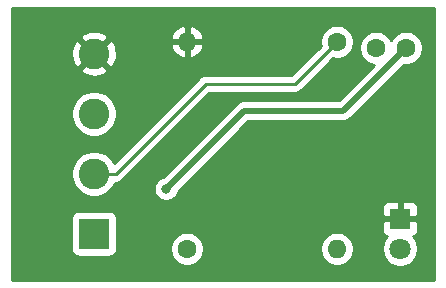
<source format=gbr>
G04 #@! TF.GenerationSoftware,KiCad,Pcbnew,(5.1.5-0-10_14)*
G04 #@! TF.CreationDate,2021-06-11T11:39:42+02:00*
G04 #@! TF.ProjectId,ldr_led_platine,6c64725f-6c65-4645-9f70-6c6174696e65,rev?*
G04 #@! TF.SameCoordinates,Original*
G04 #@! TF.FileFunction,Copper,L2,Bot*
G04 #@! TF.FilePolarity,Positive*
%FSLAX46Y46*%
G04 Gerber Fmt 4.6, Leading zero omitted, Abs format (unit mm)*
G04 Created by KiCad (PCBNEW (5.1.5-0-10_14)) date 2021-06-11 11:39:42*
%MOMM*%
%LPD*%
G04 APERTURE LIST*
%ADD10R,1.800000X1.800000*%
%ADD11C,1.800000*%
%ADD12R,2.600000X2.600000*%
%ADD13C,2.600000*%
%ADD14C,1.600000*%
%ADD15O,1.600000X1.600000*%
%ADD16C,0.800000*%
%ADD17C,0.500000*%
%ADD18C,0.250000*%
%ADD19C,0.254000*%
G04 APERTURE END LIST*
D10*
X153924000Y-79502000D03*
D11*
X153924000Y-82042000D03*
D12*
X128016000Y-80772000D03*
D13*
X128016000Y-75692000D03*
X128016000Y-70612000D03*
X128016000Y-65532000D03*
D14*
X154432000Y-65024000D03*
X151892000Y-65024000D03*
X135890000Y-82042000D03*
D15*
X148590000Y-82042000D03*
X135890000Y-64516000D03*
D14*
X148590000Y-64516000D03*
D16*
X134112000Y-76962000D03*
D17*
X134112000Y-76962000D02*
X140716000Y-70358000D01*
X149098000Y-70358000D02*
X154432000Y-65024000D01*
X140716000Y-70358000D02*
X149098000Y-70358000D01*
D18*
X129854477Y-75692000D02*
X137474477Y-68072000D01*
X128016000Y-75692000D02*
X129854477Y-75692000D01*
X145034000Y-68072000D02*
X148590000Y-64516000D01*
X137474477Y-68072000D02*
X145034000Y-68072000D01*
D19*
G36*
X156795001Y-84659000D02*
G01*
X121081000Y-84659000D01*
X121081000Y-79472000D01*
X126077928Y-79472000D01*
X126077928Y-82072000D01*
X126090188Y-82196482D01*
X126126498Y-82316180D01*
X126185463Y-82426494D01*
X126264815Y-82523185D01*
X126361506Y-82602537D01*
X126471820Y-82661502D01*
X126591518Y-82697812D01*
X126716000Y-82710072D01*
X129316000Y-82710072D01*
X129440482Y-82697812D01*
X129560180Y-82661502D01*
X129670494Y-82602537D01*
X129767185Y-82523185D01*
X129846537Y-82426494D01*
X129905502Y-82316180D01*
X129941812Y-82196482D01*
X129954072Y-82072000D01*
X129954072Y-81900665D01*
X134455000Y-81900665D01*
X134455000Y-82183335D01*
X134510147Y-82460574D01*
X134618320Y-82721727D01*
X134775363Y-82956759D01*
X134975241Y-83156637D01*
X135210273Y-83313680D01*
X135471426Y-83421853D01*
X135748665Y-83477000D01*
X136031335Y-83477000D01*
X136308574Y-83421853D01*
X136569727Y-83313680D01*
X136804759Y-83156637D01*
X137004637Y-82956759D01*
X137161680Y-82721727D01*
X137269853Y-82460574D01*
X137325000Y-82183335D01*
X137325000Y-81900665D01*
X147155000Y-81900665D01*
X147155000Y-82183335D01*
X147210147Y-82460574D01*
X147318320Y-82721727D01*
X147475363Y-82956759D01*
X147675241Y-83156637D01*
X147910273Y-83313680D01*
X148171426Y-83421853D01*
X148448665Y-83477000D01*
X148731335Y-83477000D01*
X149008574Y-83421853D01*
X149269727Y-83313680D01*
X149504759Y-83156637D01*
X149704637Y-82956759D01*
X149861680Y-82721727D01*
X149969853Y-82460574D01*
X150025000Y-82183335D01*
X150025000Y-81900665D01*
X149969853Y-81623426D01*
X149861680Y-81362273D01*
X149704637Y-81127241D01*
X149504759Y-80927363D01*
X149269727Y-80770320D01*
X149008574Y-80662147D01*
X148731335Y-80607000D01*
X148448665Y-80607000D01*
X148171426Y-80662147D01*
X147910273Y-80770320D01*
X147675241Y-80927363D01*
X147475363Y-81127241D01*
X147318320Y-81362273D01*
X147210147Y-81623426D01*
X147155000Y-81900665D01*
X137325000Y-81900665D01*
X137269853Y-81623426D01*
X137161680Y-81362273D01*
X137004637Y-81127241D01*
X136804759Y-80927363D01*
X136569727Y-80770320D01*
X136308574Y-80662147D01*
X136031335Y-80607000D01*
X135748665Y-80607000D01*
X135471426Y-80662147D01*
X135210273Y-80770320D01*
X134975241Y-80927363D01*
X134775363Y-81127241D01*
X134618320Y-81362273D01*
X134510147Y-81623426D01*
X134455000Y-81900665D01*
X129954072Y-81900665D01*
X129954072Y-80402000D01*
X152385928Y-80402000D01*
X152398188Y-80526482D01*
X152434498Y-80646180D01*
X152493463Y-80756494D01*
X152572815Y-80853185D01*
X152669506Y-80932537D01*
X152779820Y-80991502D01*
X152798127Y-80997056D01*
X152731688Y-81063495D01*
X152563701Y-81314905D01*
X152447989Y-81594257D01*
X152389000Y-81890816D01*
X152389000Y-82193184D01*
X152447989Y-82489743D01*
X152563701Y-82769095D01*
X152731688Y-83020505D01*
X152945495Y-83234312D01*
X153196905Y-83402299D01*
X153476257Y-83518011D01*
X153772816Y-83577000D01*
X154075184Y-83577000D01*
X154371743Y-83518011D01*
X154651095Y-83402299D01*
X154902505Y-83234312D01*
X155116312Y-83020505D01*
X155284299Y-82769095D01*
X155400011Y-82489743D01*
X155459000Y-82193184D01*
X155459000Y-81890816D01*
X155400011Y-81594257D01*
X155284299Y-81314905D01*
X155116312Y-81063495D01*
X155049873Y-80997056D01*
X155068180Y-80991502D01*
X155178494Y-80932537D01*
X155275185Y-80853185D01*
X155354537Y-80756494D01*
X155413502Y-80646180D01*
X155449812Y-80526482D01*
X155462072Y-80402000D01*
X155459000Y-79787750D01*
X155300250Y-79629000D01*
X154051000Y-79629000D01*
X154051000Y-79649000D01*
X153797000Y-79649000D01*
X153797000Y-79629000D01*
X152547750Y-79629000D01*
X152389000Y-79787750D01*
X152385928Y-80402000D01*
X129954072Y-80402000D01*
X129954072Y-79472000D01*
X129941812Y-79347518D01*
X129905502Y-79227820D01*
X129846537Y-79117506D01*
X129767185Y-79020815D01*
X129670494Y-78941463D01*
X129560180Y-78882498D01*
X129440482Y-78846188D01*
X129316000Y-78833928D01*
X126716000Y-78833928D01*
X126591518Y-78846188D01*
X126471820Y-78882498D01*
X126361506Y-78941463D01*
X126264815Y-79020815D01*
X126185463Y-79117506D01*
X126126498Y-79227820D01*
X126090188Y-79347518D01*
X126077928Y-79472000D01*
X121081000Y-79472000D01*
X121081000Y-78602000D01*
X152385928Y-78602000D01*
X152389000Y-79216250D01*
X152547750Y-79375000D01*
X153797000Y-79375000D01*
X153797000Y-78125750D01*
X154051000Y-78125750D01*
X154051000Y-79375000D01*
X155300250Y-79375000D01*
X155459000Y-79216250D01*
X155462072Y-78602000D01*
X155449812Y-78477518D01*
X155413502Y-78357820D01*
X155354537Y-78247506D01*
X155275185Y-78150815D01*
X155178494Y-78071463D01*
X155068180Y-78012498D01*
X154948482Y-77976188D01*
X154824000Y-77963928D01*
X154209750Y-77967000D01*
X154051000Y-78125750D01*
X153797000Y-78125750D01*
X153638250Y-77967000D01*
X153024000Y-77963928D01*
X152899518Y-77976188D01*
X152779820Y-78012498D01*
X152669506Y-78071463D01*
X152572815Y-78150815D01*
X152493463Y-78247506D01*
X152434498Y-78357820D01*
X152398188Y-78477518D01*
X152385928Y-78602000D01*
X121081000Y-78602000D01*
X121081000Y-75501419D01*
X126081000Y-75501419D01*
X126081000Y-75882581D01*
X126155361Y-76256419D01*
X126301225Y-76608566D01*
X126512987Y-76925491D01*
X126782509Y-77195013D01*
X127099434Y-77406775D01*
X127451581Y-77552639D01*
X127825419Y-77627000D01*
X128206581Y-77627000D01*
X128580419Y-77552639D01*
X128932566Y-77406775D01*
X129249491Y-77195013D01*
X129519013Y-76925491D01*
X129562731Y-76860061D01*
X133077000Y-76860061D01*
X133077000Y-77063939D01*
X133116774Y-77263898D01*
X133194795Y-77452256D01*
X133308063Y-77621774D01*
X133452226Y-77765937D01*
X133621744Y-77879205D01*
X133810102Y-77957226D01*
X134010061Y-77997000D01*
X134213939Y-77997000D01*
X134413898Y-77957226D01*
X134602256Y-77879205D01*
X134771774Y-77765937D01*
X134915937Y-77621774D01*
X135029205Y-77452256D01*
X135107226Y-77263898D01*
X135118535Y-77207043D01*
X141082579Y-71243000D01*
X149054531Y-71243000D01*
X149098000Y-71247281D01*
X149141469Y-71243000D01*
X149141477Y-71243000D01*
X149271490Y-71230195D01*
X149438313Y-71179589D01*
X149592059Y-71097411D01*
X149726817Y-70986817D01*
X149754534Y-70953044D01*
X154255561Y-66452017D01*
X154290665Y-66459000D01*
X154573335Y-66459000D01*
X154850574Y-66403853D01*
X155111727Y-66295680D01*
X155346759Y-66138637D01*
X155546637Y-65938759D01*
X155703680Y-65703727D01*
X155811853Y-65442574D01*
X155867000Y-65165335D01*
X155867000Y-64882665D01*
X155811853Y-64605426D01*
X155703680Y-64344273D01*
X155546637Y-64109241D01*
X155346759Y-63909363D01*
X155111727Y-63752320D01*
X154850574Y-63644147D01*
X154573335Y-63589000D01*
X154290665Y-63589000D01*
X154013426Y-63644147D01*
X153752273Y-63752320D01*
X153517241Y-63909363D01*
X153317363Y-64109241D01*
X153162000Y-64341759D01*
X153006637Y-64109241D01*
X152806759Y-63909363D01*
X152571727Y-63752320D01*
X152310574Y-63644147D01*
X152033335Y-63589000D01*
X151750665Y-63589000D01*
X151473426Y-63644147D01*
X151212273Y-63752320D01*
X150977241Y-63909363D01*
X150777363Y-64109241D01*
X150620320Y-64344273D01*
X150512147Y-64605426D01*
X150457000Y-64882665D01*
X150457000Y-65165335D01*
X150512147Y-65442574D01*
X150620320Y-65703727D01*
X150777363Y-65938759D01*
X150977241Y-66138637D01*
X151212273Y-66295680D01*
X151473426Y-66403853D01*
X151746291Y-66458130D01*
X148731422Y-69473000D01*
X140759465Y-69473000D01*
X140715999Y-69468719D01*
X140672533Y-69473000D01*
X140672523Y-69473000D01*
X140542510Y-69485805D01*
X140375687Y-69536411D01*
X140221941Y-69618589D01*
X140221939Y-69618590D01*
X140221940Y-69618590D01*
X140120953Y-69701468D01*
X140120951Y-69701470D01*
X140087183Y-69729183D01*
X140059470Y-69762951D01*
X133866957Y-75955465D01*
X133810102Y-75966774D01*
X133621744Y-76044795D01*
X133452226Y-76158063D01*
X133308063Y-76302226D01*
X133194795Y-76471744D01*
X133116774Y-76660102D01*
X133077000Y-76860061D01*
X129562731Y-76860061D01*
X129730775Y-76608566D01*
X129795627Y-76452000D01*
X129817155Y-76452000D01*
X129854477Y-76455676D01*
X129891799Y-76452000D01*
X129891810Y-76452000D01*
X130003463Y-76441003D01*
X130146724Y-76397546D01*
X130278753Y-76326974D01*
X130394478Y-76232001D01*
X130418281Y-76202997D01*
X137789279Y-68832000D01*
X144996678Y-68832000D01*
X145034000Y-68835676D01*
X145071322Y-68832000D01*
X145071333Y-68832000D01*
X145182986Y-68821003D01*
X145326247Y-68777546D01*
X145458276Y-68706974D01*
X145574001Y-68612001D01*
X145597804Y-68582997D01*
X148266115Y-65914688D01*
X148448665Y-65951000D01*
X148731335Y-65951000D01*
X149008574Y-65895853D01*
X149269727Y-65787680D01*
X149504759Y-65630637D01*
X149704637Y-65430759D01*
X149861680Y-65195727D01*
X149969853Y-64934574D01*
X150025000Y-64657335D01*
X150025000Y-64374665D01*
X149969853Y-64097426D01*
X149861680Y-63836273D01*
X149704637Y-63601241D01*
X149504759Y-63401363D01*
X149269727Y-63244320D01*
X149008574Y-63136147D01*
X148731335Y-63081000D01*
X148448665Y-63081000D01*
X148171426Y-63136147D01*
X147910273Y-63244320D01*
X147675241Y-63401363D01*
X147475363Y-63601241D01*
X147318320Y-63836273D01*
X147210147Y-64097426D01*
X147155000Y-64374665D01*
X147155000Y-64657335D01*
X147191312Y-64839885D01*
X144719199Y-67312000D01*
X137511799Y-67312000D01*
X137474476Y-67308324D01*
X137437153Y-67312000D01*
X137437144Y-67312000D01*
X137325491Y-67322997D01*
X137182230Y-67366454D01*
X137050201Y-67437026D01*
X136934476Y-67531999D01*
X136910678Y-67560997D01*
X129716943Y-74754733D01*
X129519013Y-74458509D01*
X129249491Y-74188987D01*
X128932566Y-73977225D01*
X128580419Y-73831361D01*
X128206581Y-73757000D01*
X127825419Y-73757000D01*
X127451581Y-73831361D01*
X127099434Y-73977225D01*
X126782509Y-74188987D01*
X126512987Y-74458509D01*
X126301225Y-74775434D01*
X126155361Y-75127581D01*
X126081000Y-75501419D01*
X121081000Y-75501419D01*
X121081000Y-70421419D01*
X126081000Y-70421419D01*
X126081000Y-70802581D01*
X126155361Y-71176419D01*
X126301225Y-71528566D01*
X126512987Y-71845491D01*
X126782509Y-72115013D01*
X127099434Y-72326775D01*
X127451581Y-72472639D01*
X127825419Y-72547000D01*
X128206581Y-72547000D01*
X128580419Y-72472639D01*
X128932566Y-72326775D01*
X129249491Y-72115013D01*
X129519013Y-71845491D01*
X129730775Y-71528566D01*
X129876639Y-71176419D01*
X129951000Y-70802581D01*
X129951000Y-70421419D01*
X129876639Y-70047581D01*
X129730775Y-69695434D01*
X129519013Y-69378509D01*
X129249491Y-69108987D01*
X128932566Y-68897225D01*
X128580419Y-68751361D01*
X128206581Y-68677000D01*
X127825419Y-68677000D01*
X127451581Y-68751361D01*
X127099434Y-68897225D01*
X126782509Y-69108987D01*
X126512987Y-69378509D01*
X126301225Y-69695434D01*
X126155361Y-70047581D01*
X126081000Y-70421419D01*
X121081000Y-70421419D01*
X121081000Y-66881224D01*
X126846381Y-66881224D01*
X126978317Y-67176312D01*
X127319045Y-67347159D01*
X127686557Y-67448250D01*
X128066729Y-67475701D01*
X128444951Y-67428457D01*
X128806690Y-67308333D01*
X129053683Y-67176312D01*
X129185619Y-66881224D01*
X128016000Y-65711605D01*
X126846381Y-66881224D01*
X121081000Y-66881224D01*
X121081000Y-65582729D01*
X126072299Y-65582729D01*
X126119543Y-65960951D01*
X126239667Y-66322690D01*
X126371688Y-66569683D01*
X126666776Y-66701619D01*
X127836395Y-65532000D01*
X128195605Y-65532000D01*
X129365224Y-66701619D01*
X129660312Y-66569683D01*
X129831159Y-66228955D01*
X129932250Y-65861443D01*
X129959701Y-65481271D01*
X129912457Y-65103049D01*
X129833421Y-64865039D01*
X134498096Y-64865039D01*
X134538754Y-64999087D01*
X134658963Y-65253420D01*
X134826481Y-65479414D01*
X135034869Y-65668385D01*
X135276119Y-65813070D01*
X135540960Y-65907909D01*
X135763000Y-65786624D01*
X135763000Y-64643000D01*
X136017000Y-64643000D01*
X136017000Y-65786624D01*
X136239040Y-65907909D01*
X136503881Y-65813070D01*
X136745131Y-65668385D01*
X136953519Y-65479414D01*
X137121037Y-65253420D01*
X137241246Y-64999087D01*
X137281904Y-64865039D01*
X137159915Y-64643000D01*
X136017000Y-64643000D01*
X135763000Y-64643000D01*
X134620085Y-64643000D01*
X134498096Y-64865039D01*
X129833421Y-64865039D01*
X129792333Y-64741310D01*
X129660312Y-64494317D01*
X129365224Y-64362381D01*
X128195605Y-65532000D01*
X127836395Y-65532000D01*
X126666776Y-64362381D01*
X126371688Y-64494317D01*
X126200841Y-64835045D01*
X126099750Y-65202557D01*
X126072299Y-65582729D01*
X121081000Y-65582729D01*
X121081000Y-64182776D01*
X126846381Y-64182776D01*
X128016000Y-65352395D01*
X129185619Y-64182776D01*
X129178548Y-64166961D01*
X134498096Y-64166961D01*
X134620085Y-64389000D01*
X135763000Y-64389000D01*
X135763000Y-63245376D01*
X136017000Y-63245376D01*
X136017000Y-64389000D01*
X137159915Y-64389000D01*
X137281904Y-64166961D01*
X137241246Y-64032913D01*
X137121037Y-63778580D01*
X136953519Y-63552586D01*
X136745131Y-63363615D01*
X136503881Y-63218930D01*
X136239040Y-63124091D01*
X136017000Y-63245376D01*
X135763000Y-63245376D01*
X135540960Y-63124091D01*
X135276119Y-63218930D01*
X135034869Y-63363615D01*
X134826481Y-63552586D01*
X134658963Y-63778580D01*
X134538754Y-64032913D01*
X134498096Y-64166961D01*
X129178548Y-64166961D01*
X129053683Y-63887688D01*
X128712955Y-63716841D01*
X128345443Y-63615750D01*
X127965271Y-63588299D01*
X127587049Y-63635543D01*
X127225310Y-63755667D01*
X126978317Y-63887688D01*
X126846381Y-64182776D01*
X121081000Y-64182776D01*
X121081000Y-61645000D01*
X156795000Y-61645000D01*
X156795001Y-84659000D01*
G37*
X156795001Y-84659000D02*
X121081000Y-84659000D01*
X121081000Y-79472000D01*
X126077928Y-79472000D01*
X126077928Y-82072000D01*
X126090188Y-82196482D01*
X126126498Y-82316180D01*
X126185463Y-82426494D01*
X126264815Y-82523185D01*
X126361506Y-82602537D01*
X126471820Y-82661502D01*
X126591518Y-82697812D01*
X126716000Y-82710072D01*
X129316000Y-82710072D01*
X129440482Y-82697812D01*
X129560180Y-82661502D01*
X129670494Y-82602537D01*
X129767185Y-82523185D01*
X129846537Y-82426494D01*
X129905502Y-82316180D01*
X129941812Y-82196482D01*
X129954072Y-82072000D01*
X129954072Y-81900665D01*
X134455000Y-81900665D01*
X134455000Y-82183335D01*
X134510147Y-82460574D01*
X134618320Y-82721727D01*
X134775363Y-82956759D01*
X134975241Y-83156637D01*
X135210273Y-83313680D01*
X135471426Y-83421853D01*
X135748665Y-83477000D01*
X136031335Y-83477000D01*
X136308574Y-83421853D01*
X136569727Y-83313680D01*
X136804759Y-83156637D01*
X137004637Y-82956759D01*
X137161680Y-82721727D01*
X137269853Y-82460574D01*
X137325000Y-82183335D01*
X137325000Y-81900665D01*
X147155000Y-81900665D01*
X147155000Y-82183335D01*
X147210147Y-82460574D01*
X147318320Y-82721727D01*
X147475363Y-82956759D01*
X147675241Y-83156637D01*
X147910273Y-83313680D01*
X148171426Y-83421853D01*
X148448665Y-83477000D01*
X148731335Y-83477000D01*
X149008574Y-83421853D01*
X149269727Y-83313680D01*
X149504759Y-83156637D01*
X149704637Y-82956759D01*
X149861680Y-82721727D01*
X149969853Y-82460574D01*
X150025000Y-82183335D01*
X150025000Y-81900665D01*
X149969853Y-81623426D01*
X149861680Y-81362273D01*
X149704637Y-81127241D01*
X149504759Y-80927363D01*
X149269727Y-80770320D01*
X149008574Y-80662147D01*
X148731335Y-80607000D01*
X148448665Y-80607000D01*
X148171426Y-80662147D01*
X147910273Y-80770320D01*
X147675241Y-80927363D01*
X147475363Y-81127241D01*
X147318320Y-81362273D01*
X147210147Y-81623426D01*
X147155000Y-81900665D01*
X137325000Y-81900665D01*
X137269853Y-81623426D01*
X137161680Y-81362273D01*
X137004637Y-81127241D01*
X136804759Y-80927363D01*
X136569727Y-80770320D01*
X136308574Y-80662147D01*
X136031335Y-80607000D01*
X135748665Y-80607000D01*
X135471426Y-80662147D01*
X135210273Y-80770320D01*
X134975241Y-80927363D01*
X134775363Y-81127241D01*
X134618320Y-81362273D01*
X134510147Y-81623426D01*
X134455000Y-81900665D01*
X129954072Y-81900665D01*
X129954072Y-80402000D01*
X152385928Y-80402000D01*
X152398188Y-80526482D01*
X152434498Y-80646180D01*
X152493463Y-80756494D01*
X152572815Y-80853185D01*
X152669506Y-80932537D01*
X152779820Y-80991502D01*
X152798127Y-80997056D01*
X152731688Y-81063495D01*
X152563701Y-81314905D01*
X152447989Y-81594257D01*
X152389000Y-81890816D01*
X152389000Y-82193184D01*
X152447989Y-82489743D01*
X152563701Y-82769095D01*
X152731688Y-83020505D01*
X152945495Y-83234312D01*
X153196905Y-83402299D01*
X153476257Y-83518011D01*
X153772816Y-83577000D01*
X154075184Y-83577000D01*
X154371743Y-83518011D01*
X154651095Y-83402299D01*
X154902505Y-83234312D01*
X155116312Y-83020505D01*
X155284299Y-82769095D01*
X155400011Y-82489743D01*
X155459000Y-82193184D01*
X155459000Y-81890816D01*
X155400011Y-81594257D01*
X155284299Y-81314905D01*
X155116312Y-81063495D01*
X155049873Y-80997056D01*
X155068180Y-80991502D01*
X155178494Y-80932537D01*
X155275185Y-80853185D01*
X155354537Y-80756494D01*
X155413502Y-80646180D01*
X155449812Y-80526482D01*
X155462072Y-80402000D01*
X155459000Y-79787750D01*
X155300250Y-79629000D01*
X154051000Y-79629000D01*
X154051000Y-79649000D01*
X153797000Y-79649000D01*
X153797000Y-79629000D01*
X152547750Y-79629000D01*
X152389000Y-79787750D01*
X152385928Y-80402000D01*
X129954072Y-80402000D01*
X129954072Y-79472000D01*
X129941812Y-79347518D01*
X129905502Y-79227820D01*
X129846537Y-79117506D01*
X129767185Y-79020815D01*
X129670494Y-78941463D01*
X129560180Y-78882498D01*
X129440482Y-78846188D01*
X129316000Y-78833928D01*
X126716000Y-78833928D01*
X126591518Y-78846188D01*
X126471820Y-78882498D01*
X126361506Y-78941463D01*
X126264815Y-79020815D01*
X126185463Y-79117506D01*
X126126498Y-79227820D01*
X126090188Y-79347518D01*
X126077928Y-79472000D01*
X121081000Y-79472000D01*
X121081000Y-78602000D01*
X152385928Y-78602000D01*
X152389000Y-79216250D01*
X152547750Y-79375000D01*
X153797000Y-79375000D01*
X153797000Y-78125750D01*
X154051000Y-78125750D01*
X154051000Y-79375000D01*
X155300250Y-79375000D01*
X155459000Y-79216250D01*
X155462072Y-78602000D01*
X155449812Y-78477518D01*
X155413502Y-78357820D01*
X155354537Y-78247506D01*
X155275185Y-78150815D01*
X155178494Y-78071463D01*
X155068180Y-78012498D01*
X154948482Y-77976188D01*
X154824000Y-77963928D01*
X154209750Y-77967000D01*
X154051000Y-78125750D01*
X153797000Y-78125750D01*
X153638250Y-77967000D01*
X153024000Y-77963928D01*
X152899518Y-77976188D01*
X152779820Y-78012498D01*
X152669506Y-78071463D01*
X152572815Y-78150815D01*
X152493463Y-78247506D01*
X152434498Y-78357820D01*
X152398188Y-78477518D01*
X152385928Y-78602000D01*
X121081000Y-78602000D01*
X121081000Y-75501419D01*
X126081000Y-75501419D01*
X126081000Y-75882581D01*
X126155361Y-76256419D01*
X126301225Y-76608566D01*
X126512987Y-76925491D01*
X126782509Y-77195013D01*
X127099434Y-77406775D01*
X127451581Y-77552639D01*
X127825419Y-77627000D01*
X128206581Y-77627000D01*
X128580419Y-77552639D01*
X128932566Y-77406775D01*
X129249491Y-77195013D01*
X129519013Y-76925491D01*
X129562731Y-76860061D01*
X133077000Y-76860061D01*
X133077000Y-77063939D01*
X133116774Y-77263898D01*
X133194795Y-77452256D01*
X133308063Y-77621774D01*
X133452226Y-77765937D01*
X133621744Y-77879205D01*
X133810102Y-77957226D01*
X134010061Y-77997000D01*
X134213939Y-77997000D01*
X134413898Y-77957226D01*
X134602256Y-77879205D01*
X134771774Y-77765937D01*
X134915937Y-77621774D01*
X135029205Y-77452256D01*
X135107226Y-77263898D01*
X135118535Y-77207043D01*
X141082579Y-71243000D01*
X149054531Y-71243000D01*
X149098000Y-71247281D01*
X149141469Y-71243000D01*
X149141477Y-71243000D01*
X149271490Y-71230195D01*
X149438313Y-71179589D01*
X149592059Y-71097411D01*
X149726817Y-70986817D01*
X149754534Y-70953044D01*
X154255561Y-66452017D01*
X154290665Y-66459000D01*
X154573335Y-66459000D01*
X154850574Y-66403853D01*
X155111727Y-66295680D01*
X155346759Y-66138637D01*
X155546637Y-65938759D01*
X155703680Y-65703727D01*
X155811853Y-65442574D01*
X155867000Y-65165335D01*
X155867000Y-64882665D01*
X155811853Y-64605426D01*
X155703680Y-64344273D01*
X155546637Y-64109241D01*
X155346759Y-63909363D01*
X155111727Y-63752320D01*
X154850574Y-63644147D01*
X154573335Y-63589000D01*
X154290665Y-63589000D01*
X154013426Y-63644147D01*
X153752273Y-63752320D01*
X153517241Y-63909363D01*
X153317363Y-64109241D01*
X153162000Y-64341759D01*
X153006637Y-64109241D01*
X152806759Y-63909363D01*
X152571727Y-63752320D01*
X152310574Y-63644147D01*
X152033335Y-63589000D01*
X151750665Y-63589000D01*
X151473426Y-63644147D01*
X151212273Y-63752320D01*
X150977241Y-63909363D01*
X150777363Y-64109241D01*
X150620320Y-64344273D01*
X150512147Y-64605426D01*
X150457000Y-64882665D01*
X150457000Y-65165335D01*
X150512147Y-65442574D01*
X150620320Y-65703727D01*
X150777363Y-65938759D01*
X150977241Y-66138637D01*
X151212273Y-66295680D01*
X151473426Y-66403853D01*
X151746291Y-66458130D01*
X148731422Y-69473000D01*
X140759465Y-69473000D01*
X140715999Y-69468719D01*
X140672533Y-69473000D01*
X140672523Y-69473000D01*
X140542510Y-69485805D01*
X140375687Y-69536411D01*
X140221941Y-69618589D01*
X140221939Y-69618590D01*
X140221940Y-69618590D01*
X140120953Y-69701468D01*
X140120951Y-69701470D01*
X140087183Y-69729183D01*
X140059470Y-69762951D01*
X133866957Y-75955465D01*
X133810102Y-75966774D01*
X133621744Y-76044795D01*
X133452226Y-76158063D01*
X133308063Y-76302226D01*
X133194795Y-76471744D01*
X133116774Y-76660102D01*
X133077000Y-76860061D01*
X129562731Y-76860061D01*
X129730775Y-76608566D01*
X129795627Y-76452000D01*
X129817155Y-76452000D01*
X129854477Y-76455676D01*
X129891799Y-76452000D01*
X129891810Y-76452000D01*
X130003463Y-76441003D01*
X130146724Y-76397546D01*
X130278753Y-76326974D01*
X130394478Y-76232001D01*
X130418281Y-76202997D01*
X137789279Y-68832000D01*
X144996678Y-68832000D01*
X145034000Y-68835676D01*
X145071322Y-68832000D01*
X145071333Y-68832000D01*
X145182986Y-68821003D01*
X145326247Y-68777546D01*
X145458276Y-68706974D01*
X145574001Y-68612001D01*
X145597804Y-68582997D01*
X148266115Y-65914688D01*
X148448665Y-65951000D01*
X148731335Y-65951000D01*
X149008574Y-65895853D01*
X149269727Y-65787680D01*
X149504759Y-65630637D01*
X149704637Y-65430759D01*
X149861680Y-65195727D01*
X149969853Y-64934574D01*
X150025000Y-64657335D01*
X150025000Y-64374665D01*
X149969853Y-64097426D01*
X149861680Y-63836273D01*
X149704637Y-63601241D01*
X149504759Y-63401363D01*
X149269727Y-63244320D01*
X149008574Y-63136147D01*
X148731335Y-63081000D01*
X148448665Y-63081000D01*
X148171426Y-63136147D01*
X147910273Y-63244320D01*
X147675241Y-63401363D01*
X147475363Y-63601241D01*
X147318320Y-63836273D01*
X147210147Y-64097426D01*
X147155000Y-64374665D01*
X147155000Y-64657335D01*
X147191312Y-64839885D01*
X144719199Y-67312000D01*
X137511799Y-67312000D01*
X137474476Y-67308324D01*
X137437153Y-67312000D01*
X137437144Y-67312000D01*
X137325491Y-67322997D01*
X137182230Y-67366454D01*
X137050201Y-67437026D01*
X136934476Y-67531999D01*
X136910678Y-67560997D01*
X129716943Y-74754733D01*
X129519013Y-74458509D01*
X129249491Y-74188987D01*
X128932566Y-73977225D01*
X128580419Y-73831361D01*
X128206581Y-73757000D01*
X127825419Y-73757000D01*
X127451581Y-73831361D01*
X127099434Y-73977225D01*
X126782509Y-74188987D01*
X126512987Y-74458509D01*
X126301225Y-74775434D01*
X126155361Y-75127581D01*
X126081000Y-75501419D01*
X121081000Y-75501419D01*
X121081000Y-70421419D01*
X126081000Y-70421419D01*
X126081000Y-70802581D01*
X126155361Y-71176419D01*
X126301225Y-71528566D01*
X126512987Y-71845491D01*
X126782509Y-72115013D01*
X127099434Y-72326775D01*
X127451581Y-72472639D01*
X127825419Y-72547000D01*
X128206581Y-72547000D01*
X128580419Y-72472639D01*
X128932566Y-72326775D01*
X129249491Y-72115013D01*
X129519013Y-71845491D01*
X129730775Y-71528566D01*
X129876639Y-71176419D01*
X129951000Y-70802581D01*
X129951000Y-70421419D01*
X129876639Y-70047581D01*
X129730775Y-69695434D01*
X129519013Y-69378509D01*
X129249491Y-69108987D01*
X128932566Y-68897225D01*
X128580419Y-68751361D01*
X128206581Y-68677000D01*
X127825419Y-68677000D01*
X127451581Y-68751361D01*
X127099434Y-68897225D01*
X126782509Y-69108987D01*
X126512987Y-69378509D01*
X126301225Y-69695434D01*
X126155361Y-70047581D01*
X126081000Y-70421419D01*
X121081000Y-70421419D01*
X121081000Y-66881224D01*
X126846381Y-66881224D01*
X126978317Y-67176312D01*
X127319045Y-67347159D01*
X127686557Y-67448250D01*
X128066729Y-67475701D01*
X128444951Y-67428457D01*
X128806690Y-67308333D01*
X129053683Y-67176312D01*
X129185619Y-66881224D01*
X128016000Y-65711605D01*
X126846381Y-66881224D01*
X121081000Y-66881224D01*
X121081000Y-65582729D01*
X126072299Y-65582729D01*
X126119543Y-65960951D01*
X126239667Y-66322690D01*
X126371688Y-66569683D01*
X126666776Y-66701619D01*
X127836395Y-65532000D01*
X128195605Y-65532000D01*
X129365224Y-66701619D01*
X129660312Y-66569683D01*
X129831159Y-66228955D01*
X129932250Y-65861443D01*
X129959701Y-65481271D01*
X129912457Y-65103049D01*
X129833421Y-64865039D01*
X134498096Y-64865039D01*
X134538754Y-64999087D01*
X134658963Y-65253420D01*
X134826481Y-65479414D01*
X135034869Y-65668385D01*
X135276119Y-65813070D01*
X135540960Y-65907909D01*
X135763000Y-65786624D01*
X135763000Y-64643000D01*
X136017000Y-64643000D01*
X136017000Y-65786624D01*
X136239040Y-65907909D01*
X136503881Y-65813070D01*
X136745131Y-65668385D01*
X136953519Y-65479414D01*
X137121037Y-65253420D01*
X137241246Y-64999087D01*
X137281904Y-64865039D01*
X137159915Y-64643000D01*
X136017000Y-64643000D01*
X135763000Y-64643000D01*
X134620085Y-64643000D01*
X134498096Y-64865039D01*
X129833421Y-64865039D01*
X129792333Y-64741310D01*
X129660312Y-64494317D01*
X129365224Y-64362381D01*
X128195605Y-65532000D01*
X127836395Y-65532000D01*
X126666776Y-64362381D01*
X126371688Y-64494317D01*
X126200841Y-64835045D01*
X126099750Y-65202557D01*
X126072299Y-65582729D01*
X121081000Y-65582729D01*
X121081000Y-64182776D01*
X126846381Y-64182776D01*
X128016000Y-65352395D01*
X129185619Y-64182776D01*
X129178548Y-64166961D01*
X134498096Y-64166961D01*
X134620085Y-64389000D01*
X135763000Y-64389000D01*
X135763000Y-63245376D01*
X136017000Y-63245376D01*
X136017000Y-64389000D01*
X137159915Y-64389000D01*
X137281904Y-64166961D01*
X137241246Y-64032913D01*
X137121037Y-63778580D01*
X136953519Y-63552586D01*
X136745131Y-63363615D01*
X136503881Y-63218930D01*
X136239040Y-63124091D01*
X136017000Y-63245376D01*
X135763000Y-63245376D01*
X135540960Y-63124091D01*
X135276119Y-63218930D01*
X135034869Y-63363615D01*
X134826481Y-63552586D01*
X134658963Y-63778580D01*
X134538754Y-64032913D01*
X134498096Y-64166961D01*
X129178548Y-64166961D01*
X129053683Y-63887688D01*
X128712955Y-63716841D01*
X128345443Y-63615750D01*
X127965271Y-63588299D01*
X127587049Y-63635543D01*
X127225310Y-63755667D01*
X126978317Y-63887688D01*
X126846381Y-64182776D01*
X121081000Y-64182776D01*
X121081000Y-61645000D01*
X156795000Y-61645000D01*
X156795001Y-84659000D01*
M02*

</source>
